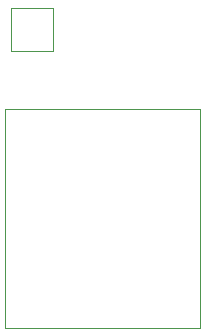
<source format=gbr>
G04 #@! TF.GenerationSoftware,KiCad,Pcbnew,(7.0.0)*
G04 #@! TF.CreationDate,2023-03-08T22:05:45+01:00*
G04 #@! TF.ProjectId,S3-27-epaper-touch,53332d32-372d-4657-9061-7065722d746f,rev?*
G04 #@! TF.SameCoordinates,Original*
G04 #@! TF.FileFunction,Other,User*
%FSLAX46Y46*%
G04 Gerber Fmt 4.6, Leading zero omitted, Abs format (unit mm)*
G04 Created by KiCad (PCBNEW (7.0.0)) date 2023-03-08 22:05:45*
%MOMM*%
%LPD*%
G01*
G04 APERTURE LIST*
%ADD10C,0.050000*%
G04 APERTURE END LIST*
D10*
X140300000Y-74550000D02*
X136700000Y-74550000D01*
X140300000Y-70950000D02*
X140300000Y-74550000D01*
X136700000Y-74550000D02*
X136700000Y-70950000D01*
X136700000Y-70950000D02*
X140300000Y-70950000D01*
X136250000Y-98000000D02*
X152750000Y-98000000D01*
X136250000Y-98000000D02*
X136250000Y-79500000D01*
X152750000Y-98000000D02*
X152750000Y-79500000D01*
X152750000Y-79500000D02*
X136250000Y-79500000D01*
M02*

</source>
